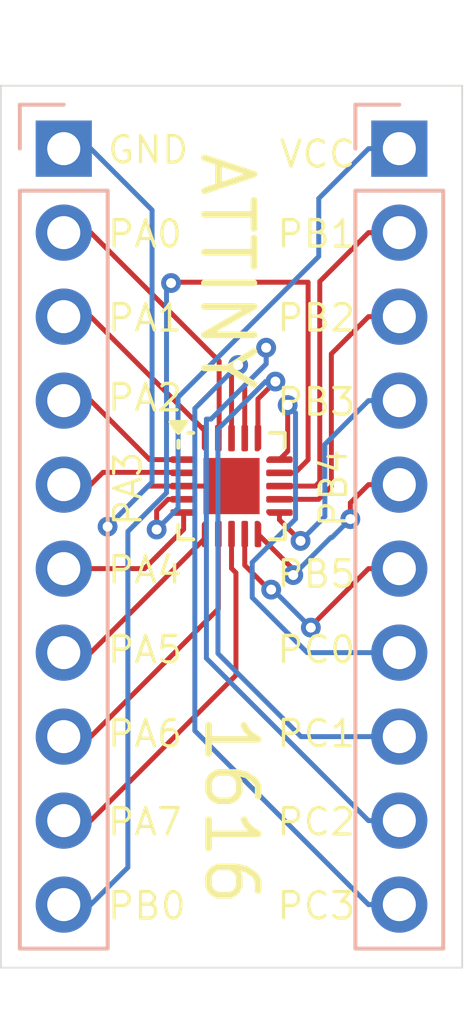
<source format=kicad_pcb>
(kicad_pcb (version 20240108) (generator "pcbnew") (generator_version "8.0")
  (layers (0 "F.Cu" signal) (31 "B.Cu" signal) (34 "B.Paste" user) (35 "F.Paste" user) (36 "B.SilkS" user "B.Silkscreen") (37 "F.SilkS" user "F.Silkscreen") (38 "B.Mask" user) (39 "F.Mask" user) (44 "Edge.Cuts" user))
  (net 0 "")
  (net 1 "Net-(J1-Pin_10)")
  (net 2 "Net-(J1-Pin_6)")
  (net 3 "Net-(J1-Pin_9)")
  (net 4 "Net-(J1-Pin_3)")
  (net 5 "GND")
  (net 6 "Net-(J1-Pin_7)")
  (net 7 "Net-(J1-Pin_2)")
  (net 8 "Net-(J1-Pin_5)")
  (net 9 "Net-(J1-Pin_4)")
  (net 10 "Net-(J1-Pin_8)")
  (net 11 "VCC")
  (net 12 "Net-(J2-Pin_5)")
  (net 13 "PC3")
  (net 14 "Net-(J2-Pin_6)")
  (net 15 "Net-(J2-Pin_4)")
  (net 16 "PC0")
  (net 17 "PC1")
  (net 18 "Net-(J2-Pin_3)")
  (net 19 "Net-(J2-Pin_2)")
  (net 20 "PC2")
  (footprint "Package_DFN_QFN:VQFN-20-1EP_3x3mm_P0.4mm_EP1.7x1.7mm" (layer "F.Cu") (at 45.72 50.209)
    (property "Reference" "U1")
    (property "Value" "ATtiny1616-M")
    (fp_line (start -1.61 -1.16) (end -1.61 -1.37) (stroke (width 0.12)) (layer "F.SilkS"))
    (fp_line (start -1.61 1.61) (end -1.61 1.16) (stroke (width 0.12)) (layer "F.SilkS"))
    (fp_line (start -1.16 -1.61) (end -1.31 -1.61) (stroke (width 0.12)) (layer "F.SilkS"))
    (fp_line (start -1.16 1.61) (end -1.61 1.61) (stroke (width 0.12)) (layer "F.SilkS"))
    (fp_line (start 1.16 -1.61) (end 1.61 -1.61) (stroke (width 0.12)) (layer "F.SilkS"))
    (fp_line (start 1.16 1.61) (end 1.61 1.61) (stroke (width 0.12)) (layer "F.SilkS"))
    (fp_line (start 1.61 -1.61) (end 1.61 -1.16) (stroke (width 0.12)) (layer "F.SilkS"))
    (fp_line (start 1.61 1.61) (end 1.61 1.16) (stroke (width 0.12)) (layer "F.SilkS"))
    (fp_poly (pts (xy -1.61 -1.61) (xy -1.85 -1.94) (xy -1.37 -1.94) (xy -1.61 -1.61)) (stroke (width 0.12)) (fill solid) (layer "F.SilkS"))
    (pad "1" smd custom (at -1.45 -0.8) (size 0.143431 0.143431) (layers "F.Cu" "F.Paste" "F.Mask") (net 9 "Net-(J1-Pin_4)") (options (clearance outline) (anchor circle)) (primitives (gr_poly (pts (xy -0.35 -0.05) (xy 0.299289 -0.05) (xy 0.35 0.000711) (xy 0.35 0.05) (xy -0.35 0.05)) (width 0.1) (fill yes))))
    (pad "2" smd roundrect (at -1.45 -0.4) (size 0.8 0.2) (layers "F.Cu" "F.Paste" "F.Mask") (net 8 "Net-(J1-Pin_5)"))
    (pad "3" smd roundrect (at -1.45 0) (size 0.8 0.2) (layers "F.Cu" "F.Paste" "F.Mask") (net 5 "GND"))
    (pad "4" smd roundrect (at -1.45 0.4) (size 0.8 0.2) (layers "F.Cu" "F.Paste" "F.Mask") (net 11 "VCC"))
    (pad "5" smd custom (at -1.45 0.8) (size 0.143431 0.143431) (layers "F.Cu" "F.Paste" "F.Mask") (net 2 "Net-(J1-Pin_6)") (options (clearance outline) (anchor circle)) (primitives (gr_poly (pts (xy -0.35 -0.05) (xy 0.35 -0.05) (xy 0.35 -0.000711) (xy 0.299289 0.05) (xy -0.35 0.05)) (width 0.1) (fill yes))))
    (pad "6" smd custom (at -0.8 1.45) (size 0.143431 0.143431) (layers "F.Cu" "F.Paste" "F.Mask") (net 6 "Net-(J1-Pin_7)") (options (clearance outline) (anchor circle)) (primitives (gr_poly (pts (xy -0.05 -0.299289) (xy 0.000711 -0.35) (xy 0.05 -0.35) (xy 0.05 0.35) (xy -0.05 0.35)) (width 0.1) (fill yes))))
    (pad "7" smd roundrect (at -0.4 1.45) (size 0.2 0.8) (layers "F.Cu" "F.Paste" "F.Mask") (net 10 "Net-(J1-Pin_8)"))
    (pad "8" smd roundrect (at 0 1.45) (size 0.2 0.8) (layers "F.Cu" "F.Paste" "F.Mask") (net 3 "Net-(J1-Pin_9)"))
    (pad "9" smd roundrect (at 0.4 1.45) (size 0.2 0.8) (layers "F.Cu" "F.Paste" "F.Mask") (net 14 "Net-(J2-Pin_6)"))
    (pad "10" smd custom (at 0.8 1.45) (size 0.143431 0.143431) (layers "F.Cu" "F.Paste" "F.Mask") (net 12 "Net-(J2-Pin_5)") (options (clearance outline) (anchor circle)) (primitives (gr_poly (pts (xy -0.05 -0.35) (xy -0.000711 -0.35) (xy 0.05 -0.299289) (xy 0.05 0.35) (xy -0.05 0.35)) (width 0.1) (fill yes))))
    (pad "11" smd custom (at 1.45 0.8) (size 0.143431 0.143431) (layers "F.Cu" "F.Paste" "F.Mask") (net 15 "Net-(J2-Pin_4)") (options (clearance outline) (anchor circle)) (primitives (gr_poly (pts (xy -0.35 -0.05) (xy 0.35 -0.05) (xy 0.35 0.05) (xy -0.299289 0.05) (xy -0.35 -0.000711)) (width 0.1) (fill yes))))
    (pad "12" smd roundrect (at 1.45 0.4) (size 0.8 0.2) (layers "F.Cu" "F.Paste" "F.Mask") (net 18 "Net-(J2-Pin_3)"))
    (pad "13" smd roundrect (at 1.45 0) (size 0.8 0.2) (layers "F.Cu" "F.Paste" "F.Mask") (net 19 "Net-(J2-Pin_2)"))
    (pad "14" smd roundrect (at 1.45 -0.4) (size 0.8 0.2) (layers "F.Cu" "F.Paste" "F.Mask") (net 1 "Net-(J1-Pin_10)"))
    (pad "15" smd custom (at 1.45 -0.8) (size 0.143431 0.143431) (layers "F.Cu" "F.Paste" "F.Mask") (net 16 "PC0") (options (clearance outline) (anchor circle)) (primitives (gr_poly (pts (xy -0.35 0.000711) (xy -0.299289 -0.05) (xy 0.35 -0.05) (xy 0.35 0.05) (xy -0.35 0.05)) (width 0.1) (fill yes))))
    (pad "16" smd custom (at 0.8 -1.45) (size 0.143431 0.143431) (layers "F.Cu" "F.Paste" "F.Mask") (net 17 "PC1") (options (clearance outline) (anchor circle)) (primitives (gr_poly (pts (xy -0.05 -0.35) (xy 0.05 -0.35) (xy 0.05 0.299289) (xy -0.000711 0.35) (xy -0.05 0.35)) (width 0.1) (fill yes))))
    (pad "17" smd roundrect (at 0.4 -1.45) (size 0.2 0.8) (layers "F.Cu" "F.Paste" "F.Mask") (net 20 "PC2"))
    (pad "18" smd roundrect (at 0 -1.45) (size 0.2 0.8) (layers "F.Cu" "F.Paste" "F.Mask") (net 13 "PC3"))
    (pad "19" smd roundrect (at -0.4 -1.45) (size 0.2 0.8) (layers "F.Cu" "F.Paste" "F.Mask") (net 7 "Net-(J1-Pin_2)"))
    (pad "20" smd custom (at -0.8 -1.45) (size 0.143431 0.143431) (layers "F.Cu" "F.Paste" "F.Mask") (net 4 "Net-(J1-Pin_3)") (options (clearance outline) (anchor circle)) (primitives (gr_poly (pts (xy -0.05 -0.35) (xy 0.05 -0.35) (xy 0.05 0.35) (xy 0.000711 0.35) (xy -0.05 0.299289)) (width 0.1) (fill yes))))
    (pad "21" smd rect (at 0 0) (size 1.7 1.7) (property pad_prop_heatsink) (layers "F.Cu" "F.Mask") (net 5 "GND"))
  )
  (footprint "Connector_PinSocket_2.54mm:PinSocket_1x10_P2.54mm_Vertical" (layer "B.Cu") (at 40.64 40.005 180)
    (property "Reference" "J1")
    (property "Value" "LEFT")
    (fp_line (start 1.33 1.33) (end 0 1.33) (stroke (width 0.12)) (layer "B.SilkS"))
    (fp_line (start 1.33 0) (end 1.33 1.33) (stroke (width 0.12)) (layer "B.SilkS"))
    (fp_line (start 1.33 -1.27) (end -1.33 -1.27) (stroke (width 0.12)) (layer "B.SilkS"))
    (fp_line (start 1.33 -24.19) (end 1.33 -1.27) (stroke (width 0.12)) (layer "B.SilkS"))
    (fp_line (start 1.33 -24.19) (end -1.33 -24.19) (stroke (width 0.12)) (layer "B.SilkS"))
    (fp_line (start -1.33 -24.19) (end -1.33 -1.27) (stroke (width 0.12)) (layer "B.SilkS"))
    (pad "1" thru_hole rect (at 0 0 180) (size 1.7 1.7) (drill 1) (layers "*.Cu" "*.Mask") (net 5 "GND"))
    (pad "2" thru_hole oval (at 0 -2.54 180) (size 1.7 1.7) (drill 1) (layers "*.Cu" "*.Mask") (net 7 "Net-(J1-Pin_2)"))
    (pad "3" thru_hole oval (at 0 -5.08 180) (size 1.7 1.7) (drill 1) (layers "*.Cu" "*.Mask") (net 4 "Net-(J1-Pin_3)"))
    (pad "4" thru_hole oval (at 0 -7.62 180) (size 1.7 1.7) (drill 1) (layers "*.Cu" "*.Mask") (net 9 "Net-(J1-Pin_4)"))
    (pad "5" thru_hole oval (at 0 -10.16 180) (size 1.7 1.7) (drill 1) (layers "*.Cu" "*.Mask") (net 8 "Net-(J1-Pin_5)"))
    (pad "6" thru_hole oval (at 0 -12.7 180) (size 1.7 1.7) (drill 1) (layers "*.Cu" "*.Mask") (net 2 "Net-(J1-Pin_6)"))
    (pad "7" thru_hole oval (at 0 -15.24 180) (size 1.7 1.7) (drill 1) (layers "*.Cu" "*.Mask") (net 6 "Net-(J1-Pin_7)"))
    (pad "8" thru_hole oval (at 0 -17.78 180) (size 1.7 1.7) (drill 1) (layers "*.Cu" "*.Mask") (net 10 "Net-(J1-Pin_8)"))
    (pad "9" thru_hole oval (at 0 -20.32 180) (size 1.7 1.7) (drill 1) (layers "*.Cu" "*.Mask") (net 3 "Net-(J1-Pin_9)"))
    (pad "10" thru_hole oval (at 0 -22.86 180) (size 1.7 1.7) (drill 1) (layers "*.Cu" "*.Mask") (net 1 "Net-(J1-Pin_10)"))
  )
  (footprint "Connector_PinSocket_2.54mm:PinSocket_1x10_P2.54mm_Vertical" (layer "B.Cu") (at 50.8 40.005 180)
    (property "Reference" "J2")
    (property "Value" "RIGHT")
    (fp_line (start 1.33 1.33) (end 0 1.33) (stroke (width 0.12)) (layer "B.SilkS"))
    (fp_line (start 1.33 0) (end 1.33 1.33) (stroke (width 0.12)) (layer "B.SilkS"))
    (fp_line (start 1.33 -1.27) (end -1.33 -1.27) (stroke (width 0.12)) (layer "B.SilkS"))
    (fp_line (start 1.33 -24.19) (end 1.33 -1.27) (stroke (width 0.12)) (layer "B.SilkS"))
    (fp_line (start 1.33 -24.19) (end -1.33 -24.19) (stroke (width 0.12)) (layer "B.SilkS"))
    (fp_line (start -1.33 -24.19) (end -1.33 -1.27) (stroke (width 0.12)) (layer "B.SilkS"))
    (pad "1" thru_hole rect (at 0 0 180) (size 1.7 1.7) (drill 1) (layers "*.Cu" "*.Mask") (net 11 "VCC"))
    (pad "2" thru_hole oval (at 0 -2.54 180) (size 1.7 1.7) (drill 1) (layers "*.Cu" "*.Mask") (net 19 "Net-(J2-Pin_2)"))
    (pad "3" thru_hole oval (at 0 -5.08 180) (size 1.7 1.7) (drill 1) (layers "*.Cu" "*.Mask") (net 18 "Net-(J2-Pin_3)"))
    (pad "4" thru_hole oval (at 0 -7.62 180) (size 1.7 1.7) (drill 1) (layers "*.Cu" "*.Mask") (net 15 "Net-(J2-Pin_4)"))
    (pad "5" thru_hole oval (at 0 -10.16 180) (size 1.7 1.7) (drill 1) (layers "*.Cu" "*.Mask") (net 12 "Net-(J2-Pin_5)"))
    (pad "6" thru_hole oval (at 0 -12.7 180) (size 1.7 1.7) (drill 1) (layers "*.Cu" "*.Mask") (net 14 "Net-(J2-Pin_6)"))
    (pad "7" thru_hole oval (at 0 -15.24 180) (size 1.7 1.7) (drill 1) (layers "*.Cu" "*.Mask") (net 16 "PC0"))
    (pad "8" thru_hole oval (at 0 -17.78 180) (size 1.7 1.7) (drill 1) (layers "*.Cu" "*.Mask") (net 17 "PC1"))
    (pad "9" thru_hole oval (at 0 -20.32 180) (size 1.7 1.7) (drill 1) (layers "*.Cu" "*.Mask") (net 20 "PC2"))
    (pad "10" thru_hole oval (at 0 -22.86 180) (size 1.7 1.7) (drill 1) (layers "*.Cu" "*.Mask") (net 13 "PC3"))
  )
  (gr_line (start 38.735 38.1) (end 38.735 64.77) (stroke (width 0.05)) (layer "Edge.Cuts"))
  (gr_line (start 38.735 64.77) (end 52.705 64.77) (stroke (width 0.05)) (layer "Edge.Cuts"))
  (gr_line (start 52.705 64.77) (end 52.705 38.1) (stroke (width 0.05)) (layer "Edge.Cuts"))
  (gr_line (start 52.705 38.1) (end 38.735 38.1) (stroke (width 0.05)) (layer "Edge.Cuts"))
  (gr_text "PA2" (at 41.91 48.006 0) (layer "F.SilkS") (effects (font (size 0.8 0.8) (thickness 0.1)) (justify left bottom)))
  (gr_text "VCC" (at 49.53 40.64 0) (layer "F.SilkS") (effects (font (size 0.8 0.8) (thickness 0.1)) (justify right bottom)))
  (gr_text "PB3" (at 49.53 48.133 0) (layer "F.SilkS") (effects (font (size 0.8 0.8) (thickness 0.1)) (justify right bottom)))
  (gr_text "PB2" (at 49.53 45.593 0) (layer "F.SilkS") (effects (font (size 0.8 0.8) (thickness 0.1)) (justify right bottom)))
  (gr_text "PA4" (at 41.91 53.213 0) (layer "F.SilkS") (effects (font (size 0.8 0.8) (thickness 0.1)) (justify left bottom)))
  (gr_text "PA6" (at 41.91 58.166 0) (layer "F.SilkS") (effects (font (size 0.8 0.8) (thickness 0.1)) (justify left bottom)))
  (gr_text "1616" (at 44.831 57.023 270) (layer "F.SilkS") (effects (font (size 1.5 1.5) (thickness 0.2)) (justify left bottom)))
  (gr_text "PC1" (at 49.53 58.166 0) (layer "F.SilkS") (effects (font (size 0.8 0.8) (thickness 0.1)) (justify right bottom)))
  (gr_text "PA1" (at 41.91 45.593 0) (layer "F.SilkS") (effects (font (size 0.8 0.8) (thickness 0.1)) (justify left bottom)))
  (gr_text "PC0" (at 49.53 55.626 0) (layer "F.SilkS") (effects (font (size 0.8 0.8) (thickness 0.1)) (justify right bottom)))
  (gr_text "PA7" (at 41.91 60.833 0) (layer "F.SilkS") (effects (font (size 0.8 0.8) (thickness 0.1)) (justify left bottom)))
  (gr_text "PB1" (at 49.53 43.053 0) (layer "F.SilkS") (effects (font (size 0.8 0.8) (thickness 0.1)) (justify right bottom)))
  (gr_text "PC2" (at 49.53 60.833 0) (layer "F.SilkS") (effects (font (size 0.8 0.8) (thickness 0.1)) (justify right bottom)))
  (gr_text "PB5" (at 49.53 53.34 0) (layer "F.SilkS") (effects (font (size 0.8 0.8) (thickness 0.1)) (justify right bottom)))
  (gr_text "GND" (at 41.91 40.513 0) (layer "F.SilkS") (effects (font (size 0.8 0.8) (thickness 0.1)) (justify left bottom)))
  (gr_text "PA5" (at 41.91 55.626 0) (layer "F.SilkS") (effects (font (size 0.8 0.8) (thickness 0.1)) (justify left bottom)))
  (gr_text "PA3" (at 43.053 50.292 90) (layer "F.SilkS") (effects (font (size 0.8 0.8) (thickness 0.1)) (justify bottom)))
  (gr_text "PC3" (at 49.53 63.373 0) (layer "F.SilkS") (effects (font (size 0.8 0.8) (thickness 0.1)) (justify right bottom)))
  (gr_text "PB0" (at 41.91 63.373 0) (layer "F.SilkS") (effects (font (size 0.8 0.8) (thickness 0.1)) (justify left bottom)))
  (gr_text "ATTINY" (at 44.704 40.005 270) (layer "F.SilkS") (effects (font (size 1.5 1.5) (thickness 0.2)) (justify left bottom)))
  (gr_text "PA0" (at 41.91 43.053 0) (layer "F.SilkS") (effects (font (size 0.8 0.8) (thickness 0.1)) (justify left bottom)))
  (gr_text "PB4" (at 49.276 49.022 90) (layer "F.SilkS") (effects (font (size 0.8 0.8) (thickness 0.1)) (justify right bottom)))
  (segment (start 43.9142 44.0436) (end 43.8888 44.069) (width 0.15) (layer "F.Cu") (net 1))
  (segment (start 48.0382 49.414024) (end 48.0382 44.0436) (width 0.15) (layer "F.Cu") (net 1))
  (segment (start 47.643224 49.809) (end 48.0382 49.414024) (width 0.15) (layer "F.Cu") (net 1))
  (segment (start 47.17 49.809) (end 47.643224 49.809) (width 0.15) (layer "F.Cu") (net 1))
  (segment (start 48.0382 44.0436) (end 43.9142 44.0436) (width 0.15) (layer "F.Cu") (net 1))
  (via (at 43.8888 44.069) (size 0.6) (drill 0.3) (layers "F.Cu" "B.Cu") (net 1))
  (segment (start 43.4154 50.7492) (end 43.412801 50.7492) (width 0.15) (layer "B.Cu") (net 1))
  (segment (start 43.412801 50.7492) (end 42.582 51.580001) (width 0.15) (layer "B.Cu") (net 1))
  (segment (start 41.457 62.865) (end 40.64 62.865) (width 0.15) (layer "B.Cu") (net 1))
  (segment (start 43.7512 44.2066) (end 43.7512 50.4134) (width 0.15) (layer "B.Cu") (net 1))
  (segment (start 42.582 61.74) (end 41.457 62.865) (width 0.15) (layer "B.Cu") (net 1))
  (segment (start 42.582 51.580001) (end 42.582 61.74) (width 0.15) (layer "B.Cu") (net 1))
  (segment (start 43.8888 44.069) (end 43.7512 44.2066) (width 0.15) (layer "B.Cu") (net 1))
  (segment (start 43.7512 50.4134) (end 43.4154 50.7492) (width 0.15) (layer "B.Cu") (net 1))
  (segment (start 44.27 51.009) (end 44.27 51.518347) (width 0.15) (layer "F.Cu") (net 2))
  (segment (start 44.27 51.518347) (end 43.083347 52.705) (width 0.15) (layer "F.Cu") (net 2))
  (segment (start 43.083347 52.705) (end 40.64 52.705) (width 0.15) (layer "F.Cu") (net 2))
  (segment (start 41.457 60.325) (end 45.8538 55.9282) (width 0.15) (layer "F.Cu") (net 3))
  (segment (start 45.8538 55.9282) (end 45.8538 52.832) (width 0.15) (layer "F.Cu") (net 3))
  (segment (start 45.8538 52.832) (end 45.72 52.6982) (width 0.15) (layer "F.Cu") (net 3))
  (segment (start 45.72 52.6982) (end 45.72 51.659) (width 0.15) (layer "F.Cu") (net 3))
  (segment (start 44.92 48.548) (end 44.92 48.759) (width 0.15) (layer "F.Cu") (net 4))
  (segment (start 41.457 45.085) (end 44.92 48.548) (width 0.15) (layer "F.Cu") (net 4))
  (segment (start 43.1936 50.209) (end 44.27 50.209) (width 0.15) (layer "F.Cu") (net 5))
  (segment (start 41.9676 51.435) (end 43.1936 50.209) (width 0.15) (layer "F.Cu") (net 5))
  (segment (start 44.27 50.209) (end 45.72 50.209) (width 0.15) (layer "F.Cu") (net 5))
  (via (at 41.9676 51.435) (size 0.6) (drill 0.3) (layers "F.Cu" "B.Cu") (net 5))
  (segment (start 41.457 40.005) (end 40.64 40.005) (width 0.15) (layer "B.Cu") (net 5))
  (segment (start 43.3138 41.8618) (end 41.457 40.005) (width 0.15) (layer "B.Cu") (net 5))
  (segment (start 41.9676 51.435) (end 43.3138 50.0888) (width 0.15) (layer "B.Cu") (net 5))
  (segment (start 43.3138 50.0888) (end 43.3138 41.8618) (width 0.15) (layer "B.Cu") (net 5))
  (segment (start 41.457 55.245) (end 40.64 55.245) (width 0.15) (layer "F.Cu") (net 6))
  (segment (start 44.92 51.782) (end 41.457 55.245) (width 0.15) (layer "F.Cu") (net 6))
  (segment (start 44.92 51.659) (end 44.92 51.782) (width 0.15) (layer "F.Cu") (net 6))
  (segment (start 45.345 46.433) (end 41.457 42.545) (width 0.15) (layer "F.Cu") (net 7))
  (segment (start 41.457 42.545) (end 40.64 42.545) (width 0.15) (layer "F.Cu") (net 7))
  (segment (start 45.345 48.734) (end 45.345 46.433) (width 0.15) (layer "F.Cu") (net 7))
  (segment (start 45.32 48.759) (end 45.345 48.734) (width 0.15) (layer "F.Cu") (net 7))
  (segment (start 41.457 50.165) (end 41.828 49.794) (width 0.15) (layer "F.Cu") (net 8))
  (segment (start 41.828 49.794) (end 44.142 49.794) (width 0.15) (layer "F.Cu") (net 8))
  (segment (start 44.27 49.409) (end 43.241 49.409) (width 0.15) (layer "F.Cu") (net 9))
  (segment (start 43.241 49.409) (end 41.457 47.625) (width 0.15) (layer "F.Cu") (net 9))
  (segment (start 41.457 47.625) (end 40.64 47.625) (width 0.15) (layer "F.Cu") (net 9))
  (segment (start 45.32 53.922) (end 45.32 51.659) (width 0.15) (layer "F.Cu") (net 10))
  (segment (start 41.457 57.785) (end 40.64 57.785) (width 0.15) (layer "F.Cu") (net 10))
  (segment (start 41.457 57.785) (end 45.32 53.922) (width 0.15) (layer "F.Cu") (net 10))
  (segment (start 43.796776 50.609) (end 44.27 50.609) (width 0.15) (layer "F.Cu") (net 11))
  (segment (start 43.452387 50.953389) (end 43.796776 50.609) (width 0.15) (layer "F.Cu") (net 11))
  (segment (start 43.452387 51.522787) (end 43.452387 50.953389) (width 0.15) (layer "F.Cu") (net 11))
  (via (at 43.452387 51.522787) (size 0.6) (drill 0.3) (layers "F.Cu" "B.Cu") (net 11))
  (segment (start 48.361 43.2636) (end 48.361 41.511) (width 0.15) (layer "B.Cu") (net 11))
  (segment (start 49.867 40.005) (end 50.8 40.005) (width 0.15) (layer "B.Cu") (net 11))
  (segment (start 48.361 41.511) (end 49.867 40.005) (width 0.15) (layer "B.Cu") (net 11))
  (segment (start 44.1012 50.873974) (end 44.1012 47.5234) (width 0.15) (layer "B.Cu") (net 11))
  (segment (start 43.452387 51.522787) (end 44.1012 50.873974) (width 0.15) (layer "B.Cu") (net 11))
  (segment (start 44.1012 47.5234) (end 48.361 43.2636) (width 0.15) (layer "B.Cu") (net 11))
  (segment (start 47.588769 52.900057) (end 47.588769 52.727769) (width 0.15) (layer "F.Cu") (net 12))
  (segment (start 49.317 50.715) (end 49.867 50.165) (width 0.15) (layer "F.Cu") (net 12))
  (segment (start 49.867 50.165) (end 50.8 50.165) (width 0.15) (layer "F.Cu") (net 12))
  (segment (start 47.588769 52.727769) (end 46.52 51.659) (width 0.15) (layer "F.Cu") (net 12))
  (segment (start 49.317 51.2064) (end 49.317 50.715) (width 0.15) (layer "F.Cu") (net 12))
  (via (at 49.317 51.2064) (size 0.6) (drill 0.3) (layers "F.Cu" "B.Cu") (net 12))
  (via (at 47.588769 52.900057) (size 0.6) (drill 0.3) (layers "F.Cu" "B.Cu") (net 12))
  (segment (start 47.588769 52.900057) (end 48.723626 51.7652) (width 0.15) (layer "B.Cu") (net 12))
  (segment (start 48.723626 51.7652) (end 48.7582 51.7652) (width 0.15) (layer "B.Cu") (net 12))
  (segment (start 48.7582 51.7652) (end 49.317 51.2064) (width 0.15) (layer "B.Cu") (net 12))
  (segment (start 45.92 46.549001) (end 45.72 46.749001) (width 0.15) (layer "F.Cu") (net 13))
  (segment (start 45.72 46.749001) (end 45.72 48.759) (width 0.15) (layer "F.Cu") (net 13))
  (via (at 45.92 46.549001) (size 0.6) (drill 0.3) (layers "F.Cu" "B.Cu") (net 13))
  (segment (start 49.867 62.865) (end 50.8 62.865) (width 0.15) (layer "B.Cu") (net 13))
  (segment (start 45.92 46.549001) (end 44.6092 47.859801) (width 0.15) (layer "B.Cu") (net 13))
  (segment (start 44.6092 47.859801) (end 44.6092 57.6072) (width 0.15) (layer "B.Cu") (net 13))
  (segment (start 44.6092 57.6072) (end 49.867 62.865) (width 0.15) (layer "B.Cu") (net 13))
  (segment (start 46.12 51.659) (end 46.12 52.603225) (width 0.15) (layer "F.Cu") (net 14))
  (segment (start 48.120774 54.451226) (end 49.867 52.705) (width 0.15) (layer "F.Cu") (net 14))
  (segment (start 49.867 52.705) (end 50.8 52.705) (width 0.15) (layer "F.Cu") (net 14))
  (segment (start 46.12 52.603225) (end 46.856775 53.34) (width 0.15) (layer "F.Cu") (net 14))
  (segment (start 48.120774 54.489374) (end 48.120774 54.451226) (width 0.15) (layer "F.Cu") (net 14))
  (segment (start 46.856775 53.34) (end 46.9206 53.34) (width 0.15) (layer "F.Cu") (net 14))
  (via (at 48.120774 54.489374) (size 0.6) (drill 0.3) (layers "F.Cu" "B.Cu") (net 14))
  (via (at 46.9206 53.34) (size 0.6) (drill 0.3) (layers "F.Cu" "B.Cu") (net 14))
  (segment (start 46.9714 53.34) (end 48.120774 54.489374) (width 0.15) (layer "B.Cu") (net 14))
  (segment (start 46.9206 53.34) (end 46.9714 53.34) (width 0.15) (layer "B.Cu") (net 14))
  (segment (start 47.17 51.2272) (end 47.809226 51.866426) (width 0.15) (layer "F.Cu") (net 15))
  (segment (start 47.17 51.009) (end 47.17 51.2272) (width 0.15) (layer "F.Cu") (net 15))
  (via (at 47.809226 51.866426) (size 0.6) (drill 0.3) (layers "F.Cu" "B.Cu") (net 15))
  (segment (start 47.809226 51.866426) (end 48.5462 51.129452) (width 0.15) (layer "B.Cu") (net 15))
  (segment (start 49.867 47.625) (end 50.8 47.625) (width 0.15) (layer "B.Cu") (net 15))
  (segment (start 48.5462 48.9458) (end 49.867 47.625) (width 0.15) (layer "B.Cu") (net 15))
  (segment (start 48.5462 51.129452) (end 48.5462 48.9458) (width 0.15) (layer "B.Cu") (net 15))
  (segment (start 47.420064 49.158936) (end 47.17 49.409) (width 0.15) (layer "F.Cu") (net 16))
  (segment (start 47.420064 47.759863) (end 47.420064 49.158936) (width 0.15) (layer "F.Cu") (net 16))
  (via (at 47.420064 47.759863) (size 0.6) (drill 0.3) (layers "F.Cu" "B.Cu") (net 16))
  (segment (start 48.012427 55.245) (end 50.8 55.245) (width 0.15) (layer "B.Cu") (net 16))
  (segment (start 46.3456 53.578173) (end 48.012427 55.245) (width 0.15) (layer "B.Cu") (net 16))
  (segment (start 46.3456 52.516879) (end 46.3456 53.578173) (width 0.15) (layer "B.Cu") (net 16))
  (segment (start 47.6572 47.996999) (end 47.6572 51.205279) (width 0.15) (layer "B.Cu") (net 16))
  (segment (start 47.6572 51.205279) (end 46.3456 52.516879) (width 0.15) (layer "B.Cu") (net 16))
  (segment (start 47.420064 47.759863) (end 47.6572 47.996999) (width 0.15) (layer "B.Cu") (net 16))
  (segment (start 47.047488 47.04786) (end 46.52 47.575348) (width 0.15) (layer "F.Cu") (net 17))
  (segment (start 46.52 47.575348) (end 46.52 48.759) (width 0.15) (layer "F.Cu") (net 17))
  (via (at 47.047488 47.04786) (size 0.6) (drill 0.3) (layers "F.Cu" "B.Cu") (net 17))
  (segment (start 45.3092 55.272226) (end 47.821974 57.785) (width 0.15) (layer "B.Cu") (net 17))
  (segment (start 45.3092 48.4886) (end 45.3092 55.272226) (width 0.15) (layer "B.Cu") (net 17))
  (segment (start 46.74994 47.04786) (end 45.3092 48.4886) (width 0.15) (layer "B.Cu") (net 17))
  (segment (start 47.047488 47.04786) (end 46.74994 47.04786) (width 0.15) (layer "B.Cu") (net 17))
  (segment (start 47.821974 57.785) (end 50.8 57.785) (width 0.15) (layer "B.Cu") (net 17))
  (segment (start 48.3562 50.609) (end 48.742 50.2232) (width 0.15) (layer "F.Cu") (net 18))
  (segment (start 47.17 50.609) (end 48.3562 50.609) (width 0.15) (layer "F.Cu") (net 18))
  (segment (start 48.742 46.21) (end 49.867 45.085) (width 0.15) (layer "F.Cu") (net 18))
  (segment (start 49.867 45.085) (end 50.8 45.085) (width 0.15) (layer "F.Cu") (net 18))
  (segment (start 48.742 50.2232) (end 48.742 46.21) (width 0.15) (layer "F.Cu") (net 18))
  (segment (start 48.392 50.078226) (end 48.392 44.02) (width 0.15) (layer "F.Cu") (net 19))
  (segment (start 47.17 50.209) (end 48.261226 50.209) (width 0.15) (layer "F.Cu") (net 19))
  (segment (start 49.867 42.545) (end 50.8 42.545) (width 0.15) (layer "F.Cu") (net 19))
  (segment (start 48.261226 50.209) (end 48.392 50.078226) (width 0.15) (layer "F.Cu") (net 19))
  (segment (start 48.392 44.02) (end 49.867 42.545) (width 0.15) (layer "F.Cu") (net 19))
  (segment (start 46.12 47.162174) (end 46.12 48.759) (width 0.15) (layer "F.Cu") (net 20))
  (segment (start 46.7682 46.0248) (end 46.7682 46.513974) (width 0.15) (layer "F.Cu") (net 20))
  (segment (start 46.7682 46.513974) (end 46.12 47.162174) (width 0.15) (layer "F.Cu") (net 20))
  (via (at 46.7682 46.0248) (size 0.6) (drill 0.3) (layers "F.Cu" "B.Cu") (net 20))
  (segment (start 45.098374 48.1838) (end 44.9592 48.1838) (width 0.15) (layer "B.Cu") (net 20))
  (segment (start 49.867 60.325) (end 50.8 60.325) (width 0.15) (layer "B.Cu") (net 20))
  (segment (start 44.9592 48.1838) (end 44.9592 55.4172) (width 0.15) (layer "B.Cu") (net 20))
  (segment (start 44.9592 55.4172) (end 49.867 60.325) (width 0.15) (layer "B.Cu") (net 20))
  (segment (start 46.7682 46.513974) (end 45.098374 48.1838) (width 0.15) (layer "B.Cu") (net 20))
  (segment (start 46.7682 46.0248) (end 46.7682 46.513974) (width 0.15) (layer "B.Cu") (net 20))
)
</source>
